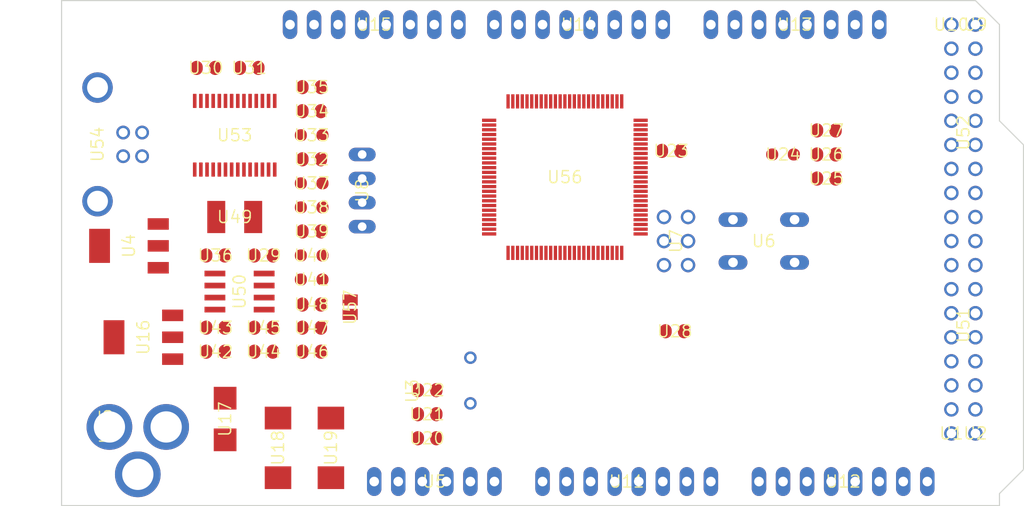
<source format=kicad_pcb>
(kicad_pcb (version 20221018) (generator pcbnew)
  (layers (0 "F.Cu" signal "Top") (31 "B.Cu" signal "Bottom") (34 "B.Paste" user) (35 "F.Paste" user) (36 "B.SilkS" user "B.Silkscreen") (37 "F.SilkS" user "F.Silkscreen") (38 "B.Mask" user) (39 "F.Mask" user) (44 "Edge.Cuts" user))
  (net 0 "")
  (net 1 "+5V")
  (net 2 "GND")
  (net 3 "N$6")
  (net 4 "N$7")
  (net 5 "AREF")
  (net 6 "RESET")
  (net 7 "VIN")
  (net 8 "N$3")
  (net 9 "PWRIN")
  (net 10 "M8RXD")
  (net 11 "M8TXD")
  (net 12 "ADC0")
  (net 13 "ADC2")
  (net 14 "ADC1")
  (net 15 "ADC3")
  (net 16 "ADC4")
  (net 17 "ADC5")
  (net 18 "ADC6")
  (net 19 "ADC7")
  (net 20 "+3V3")
  (net 21 "SDA")
  (net 22 "SCL")
  (net 23 "ADC9")
  (net 24 "ADC8")
  (net 25 "ADC10")
  (net 26 "ADC11")
  (net 27 "ADC12")
  (net 28 "ADC13")
  (net 29 "ADC14")
  (net 30 "ADC15")
  (net 31 "PB3")
  (net 32 "PB2")
  (net 33 "PB1")
  (net 34 "PB5")
  (net 35 "PB4")
  (net 36 "PE5")
  (net 37 "PE4")
  (net 38 "PE3")
  (net 39 "PE1")
  (net 40 "PE0")
  (net 41 "N$15")
  (net 42 "N$53")
  (net 43 "N$54")
  (net 44 "N$55")
  (net 45 "D-")
  (net 46 "D+")
  (net 47 "N$60")
  (net 48 "DTR")
  (net 49 "USBVCC")
  (net 50 "N$2")
  (net 51 "N$4")
  (net 52 "GATE_CMD")
  (net 53 "CMP")
  (net 54 "PB6")
  (net 55 "PH3")
  (net 56 "PH4")
  (net 57 "PH5")
  (net 58 "PH6")
  (net 59 "PG5")
  (net 60 "RXD1")
  (net 61 "TXD1")
  (net 62 "RXD2")
  (net 63 "RXD3")
  (net 64 "TXD2")
  (net 65 "TXD3")
  (net 66 "PC0")
  (net 67 "PC1")
  (net 68 "PC2")
  (net 69 "PC3")
  (net 70 "PC4")
  (net 71 "PC5")
  (net 72 "PC6")
  (net 73 "PC7")
  (net 74 "PB0")
  (net 75 "PG0")
  (net 76 "PG1")
  (net 77 "PG2")
  (net 78 "PD7")
  (net 79 "PA0")
  (net 80 "PA1")
  (net 81 "PA2")
  (net 82 "PA3")
  (net 83 "PA4")
  (net 84 "PA5")
  (net 85 "PA6")
  (net 86 "PA7")
  (net 87 "PL0")
  (net 88 "PL1")
  (net 89 "PL2")
  (net 90 "PL3")
  (net 91 "PL4")
  (net 92 "PL5")
  (net 93 "PL6")
  (net 94 "PL7")
  (net 95 "PB7")
  (net 96 "CTS")
  (net 97 "DSR")
  (net 98 "DCD")
  (net 99 "RI")
  (footprint "Arduino_MEGA_Reference_Design:2X03" (layer "F.Cu") (at 162.5981 103.7336 -90)
    (fp_text reference "U7")
    (fp_text value "")
  )
  (footprint "Arduino_MEGA_Reference_Design:1X08" (layer "F.Cu") (at 152.3111 80.8736 180)
    (fp_text reference "U14")
    (fp_text value "")
  )
  (footprint "Arduino_MEGA_Reference_Design:1X08" (layer "F.Cu") (at 130.7211 80.8736 180)
    (fp_text reference "U15")
    (fp_text value "")
  )
  (footprint "Arduino_MEGA_Reference_Design:SMC_D" (layer "F.Cu") (at 120.5611 125.5776 -90)
    (fp_text reference "U18")
    (fp_text value "")
  )
  (footprint "Arduino_MEGA_Reference_Design:SMC_D" (layer "F.Cu") (at 126.1491 125.5776 -90)
    (fp_text reference "U19")
    (fp_text value "")
  )
  (footprint "Arduino_MEGA_Reference_Design:B3F-10XX" (layer "F.Cu") (at 171.8691 103.7336 180)
    (fp_text reference "U6")
    (fp_text value "")
  )
  (footprint "Arduino_MEGA_Reference_Design:0805RND" (layer "F.Cu") (at 173.9011 94.5896 180)
    (fp_text reference "U24")
    (fp_text value "")
  )
  (footprint "Arduino_MEGA_Reference_Design:SMB" (layer "F.Cu") (at 114.9731 122.5296 -90)
    (fp_text reference "U17")
    (fp_text value "")
  )
  (footprint "Arduino_MEGA_Reference_Design:DC-21MM" (layer "F.Cu") (at 103.0351 123.2916 90)
    (fp_text reference "U55")
    (fp_text value "")
  )
  (footprint "Arduino_MEGA_Reference_Design:HC49_S" (layer "F.Cu") (at 140.8811 118.4656 90)
    (fp_text reference "U3")
    (fp_text value "")
  )
  (footprint "Arduino_MEGA_Reference_Design:SOT223" (layer "F.Cu") (at 106.3371 113.8936 90)
    (fp_text reference "U16")
    (fp_text value "")
  )
  (footprint "Arduino_MEGA_Reference_Design:1X06" (layer "F.Cu") (at 137.0711 129.1336)
    (fp_text reference "U5")
    (fp_text value "")
  )
  (footprint "Arduino_MEGA_Reference_Design:C0805RND" (layer "F.Cu") (at 124.1171 87.4776)
    (fp_text reference "U35")
    (fp_text value "")
  )
  (footprint "Arduino_MEGA_Reference_Design:C0805RND" (layer "F.Cu") (at 162.4711 113.2586)
    (fp_text reference "U28")
    (fp_text value "")
  )
  (footprint "Arduino_MEGA_Reference_Design:C0805RND" (layer "F.Cu") (at 136.3091 122.0216)
    (fp_text reference "U21")
    (fp_text value "")
  )
  (footprint "Arduino_MEGA_Reference_Design:C0805RND" (layer "F.Cu") (at 136.3091 119.4816)
    (fp_text reference "U22")
    (fp_text value "")
  )
  (footprint "Arduino_MEGA_Reference_Design:C0805RND" (layer "F.Cu") (at 113.9571 112.8776)
    (fp_text reference "U43")
    (fp_text value "")
  )
  (footprint "Arduino_MEGA_Reference_Design:RCL_0805RND" (layer "F.Cu") (at 124.1171 105.2576)
    (fp_text reference "U40")
    (fp_text value "")
  )
  (footprint "Arduino_MEGA_Reference_Design:RCL_0805RND" (layer "F.Cu") (at 124.1171 107.7976)
    (fp_text reference "U41")
    (fp_text value "")
  )
  (footprint "Arduino_MEGA_Reference_Design:1X08" (layer "F.Cu") (at 157.3911 129.1336)
    (fp_text reference "U11")
    (fp_text value "")
  )
  (footprint "Arduino_MEGA_Reference_Design:1X08" (layer "F.Cu") (at 175.1711 80.8736 180)
    (fp_text reference "U13")
    (fp_text value "")
  )
  (footprint "Arduino_MEGA_Reference_Design:R0805RND" (layer "F.Cu") (at 178.4731 94.5896 180)
    (fp_text reference "U26")
    (fp_text value "")
  )
  (footprint "Arduino_MEGA_Reference_Design:R0805RND" (layer "F.Cu") (at 178.4731 92.0496 180)
    (fp_text reference "U27")
    (fp_text value "")
  )
  (footprint "Arduino_MEGA_Reference_Design:TQFP100" (layer "F.Cu") (at 150.86109924316406 96.9803466796875 0)
    (fp_text reference "U56")
    (fp_text value "")
  )
  (footprint "Arduino_MEGA_Reference_Design:C0805RND" (layer "F.Cu") (at 162.0901 94.2086 180)
    (fp_text reference "U23")
    (fp_text value "")
  )
  (footprint "Arduino_MEGA_Reference_Design:C0805RND" (layer "F.Cu") (at 136.3091 124.5616)
    (fp_text reference "U20")
    (fp_text value "")
  )
  (footprint "Arduino_MEGA_Reference_Design:1X08" (layer "F.Cu") (at 180.2511 129.1336)
    (fp_text reference "U12")
    (fp_text value "")
  )
  (footprint "Arduino_MEGA_Reference_Design:R0805RND" (layer "F.Cu") (at 124.1171 112.8776)
    (fp_text reference "U47")
    (fp_text value "")
  )
  (footprint "Arduino_MEGA_Reference_Design:C0805RND" (layer "F.Cu") (at 124.1171 115.4176)
    (fp_text reference "U46")
    (fp_text value "")
  )
  (footprint "Arduino_MEGA_Reference_Design:C0805RND" (layer "F.Cu") (at 113.9571 105.2576)
    (fp_text reference "U36")
    (fp_text value "")
  )
  (footprint "Arduino_MEGA_Reference_Design:C0805RND" (layer "F.Cu") (at 112.9411 85.4456)
    (fp_text reference "U30")
    (fp_text value "")
  )
  (footprint "Arduino_MEGA_Reference_Design:0805RND" (layer "F.Cu") (at 124.1171 100.1776 180)
    (fp_text reference "U38")
    (fp_text value "")
  )
  (footprint "Arduino_MEGA_Reference_Design:0805RND" (layer "F.Cu") (at 124.1171 97.6376 180)
    (fp_text reference "U37")
    (fp_text value "")
  )
  (footprint "Arduino_MEGA_Reference_Design:R0805RND" (layer "F.Cu") (at 124.1171 95.0976)
    (fp_text reference "U32")
    (fp_text value "")
  )
  (footprint "Arduino_MEGA_Reference_Design:R0805RND" (layer "F.Cu") (at 124.1171 102.7176)
    (fp_text reference "U39")
    (fp_text value "")
  )
  (footprint "Arduino_MEGA_Reference_Design:SSOP28" (layer "F.Cu") (at 115.9891 92.5576)
    (fp_text reference "U53")
    (fp_text value "")
  )
  (footprint "Arduino_MEGA_Reference_Design:PN61729" (layer "F.Cu") (at 98.9584 93.5228 -90)
    (fp_text reference "U54")
    (fp_text value "")
  )
  (footprint "Arduino_MEGA_Reference_Design:L1812" (layer "F.Cu") (at 115.9891 101.1936)
    (fp_text reference "U49")
    (fp_text value "")
  )
  (footprint "Arduino_MEGA_Reference_Design:C0805RND" (layer "F.Cu") (at 117.5131 85.4456)
    (fp_text reference "U31")
    (fp_text value "")
  )
  (footprint "Arduino_MEGA_Reference_Design:0805RND" (layer "F.Cu") (at 124.1171 92.5576 180)
    (fp_text reference "U33")
    (fp_text value "")
  )
  (footprint "Arduino_MEGA_Reference_Design:R0805RND" (layer "F.Cu") (at 124.1171 90.0176 180)
    (fp_text reference "U34")
    (fp_text value "")
  )
  (footprint "Arduino_MEGA_Reference_Design:C0805RND" (layer "F.Cu") (at 124.1171 110.4392 180)
    (fp_text reference "U48")
    (fp_text value "")
  )
  (footprint "Arduino_MEGA_Reference_Design:SOT223" (layer "F.Cu") (at 104.8131 104.2416 90)
    (fp_text reference "U4")
    (fp_text value "")
  )
  (footprint "Arduino_MEGA_Reference_Design:SO08" (layer "F.Cu") (at 116.4971 109.0676 -90)
    (fp_text reference "U50")
    (fp_text value "")
  )
  (footprint "Arduino_MEGA_Reference_Design:R0805RND" (layer "F.Cu") (at 113.9571 115.4176 180)
    (fp_text reference "U42")
    (fp_text value "")
  )
  (footprint "Arduino_MEGA_Reference_Design:R0805RND" (layer "F.Cu") (at 119.0371 112.8776 180)
    (fp_text reference "U45")
    (fp_text value "")
  )
  (footprint "Arduino_MEGA_Reference_Design:C0805RND" (layer "F.Cu") (at 119.0371 115.4176 180)
    (fp_text reference "U44")
    (fp_text value "")
  )
  (footprint "Arduino_MEGA_Reference_Design:C0805RND" (layer "F.Cu") (at 119.0371 105.2576)
    (fp_text reference "U29")
    (fp_text value "")
  )
  (footprint "Arduino_MEGA_Reference_Design:2X08" (layer "F.Cu") (at 192.9511 92.3036 90)
    (fp_text reference "U52")
    (fp_text value "")
  )
  (footprint "Arduino_MEGA_Reference_Design:2X08" (layer "F.Cu") (at 192.9511 112.6236 90)
    (fp_text reference "U51")
    (fp_text value "")
  )
  (footprint "Arduino_MEGA_Reference_Design:R0805RND" (layer "F.Cu") (at 178.4731 97.1296 180)
    (fp_text reference "U25")
    (fp_text value "")
  )
  (footprint "Arduino_MEGA_Reference_Design:1X01" (layer "F.Cu") (at 191.6811 80.8736)
    (fp_text reference "U10")
    (fp_text value "")
  )
  (footprint "Arduino_MEGA_Reference_Design:1X01" (layer "F.Cu") (at 194.2211 80.8736)
    (fp_text reference "U9")
    (fp_text value "")
  )
  (footprint "Arduino_MEGA_Reference_Design:1X01" (layer "F.Cu") (at 191.6811 124.0536)
    (fp_text reference "U1")
    (fp_text value "")
  )
  (footprint "Arduino_MEGA_Reference_Design:1X01" (layer "F.Cu") (at 194.2211 124.0536)
    (fp_text reference "U2")
    (fp_text value "")
  )
  (footprint "Arduino_MEGA_Reference_Design:SJ" (layer "F.Cu") (at 128.1811 110.7186 -90)
    (fp_text reference "U57")
    (fp_text value "")
  )
  (footprint "Arduino_MEGA_Reference_Design:JP4" (layer "F.Cu") (at 129.4511 98.3996 -90)
    (fp_text reference "U8")
    (fp_text value "")
  )
  (gr_line (start 196.7611 80.8736) (end 196.7611 91.0336) (layer "Edge.Cuts") (width 0.12))
  (gr_line (start 196.7611 130.4036) (end 196.7611 131.6736) (layer "Edge.Cuts") (width 0.12))
  (gr_line (start 194.2211 78.3336) (end 196.7611 80.8736) (layer "Edge.Cuts") (width 0.12))
  (gr_line (start 97.7011 78.3336) (end 194.2211 78.3336) (layer "Edge.Cuts") (width 0.12))
  (gr_line (start 196.7611 91.0336) (end 199.3011 93.5736) (layer "Edge.Cuts") (width 0.12))
  (gr_line (start 97.7011 131.6736) (end 97.7011 78.3336) (layer "Edge.Cuts") (width 0.12))
  (gr_line (start 196.7611 131.6736) (end 97.7011 131.6736) (layer "Edge.Cuts") (width 0.12))
  (gr_line (start 199.3011 93.5736) (end 199.3011 127.8636) (layer "Edge.Cuts") (width 0.12))
  (gr_line (start 199.3011 127.8636) (end 196.7611 130.4036) (layer "Edge.Cuts") (width 0.12))
)
</source>
